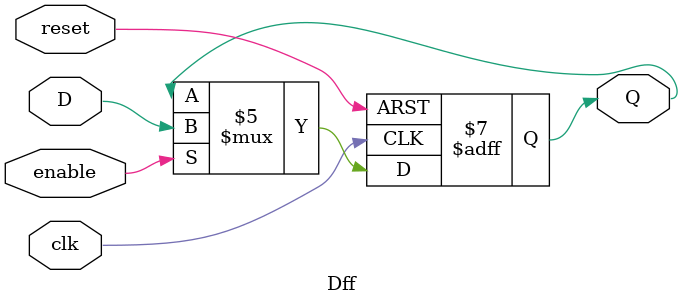
<source format=v>
/* Dff.v
*    Simple D flip-flop with the following features:
*      positive edge triggered,
*      write enabled (active high),
*      asynchronous reset (active low).
*/


module Dff(
   input clk,
   input D,
   input enable,
   input reset,
   output reg Q
   );

   //Initialize Q to 0
   initial begin 
      Q = 1'b0;
   end

   //Activate on clk rising edge or reset negative edge
   //Update Q if enabled and not reset.

   always @(posedge clk or negedge reset) 
      begin
         if(reset==1'b0)
            Q <= 1'b0;
         else if (enable==1'b1)
            Q <= D;
      end

   //Alternative approach - NOT PREFERRED
   //Update Q if enabled and not reset.
   //Note
   //This is not preferred since will result in being detected as a changed and execute when reset transitions from low-high 
   //which will result in the else statement being executed and raising the output.  
   //Typical implementation of D-FF's is to wait for the next positive clock each to update Q which is accomplished with the first method.
/*
   always @(posedge clk or reset==1'b0) 
      begin
         if(reset==1'b0)
            Q <= 1'b0;
         else if (enable==1'b1)
            Q <= D;
      end
*/
endmodule //Dff



</source>
